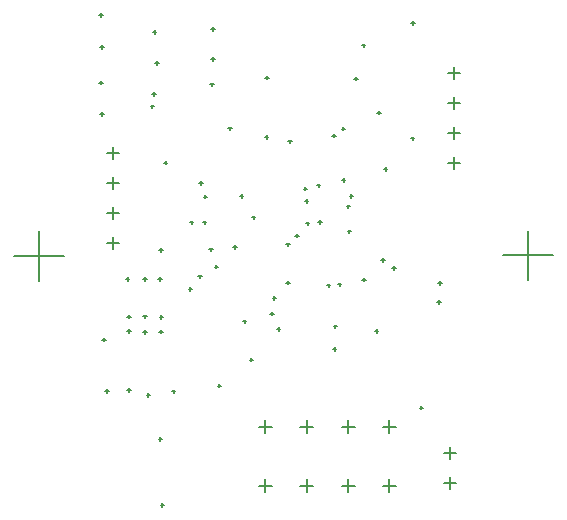
<source format=gbr>
%TF.GenerationSoftware,Altium Limited,Altium Designer,20.0.13 (296)*%
G04 Layer_Color=128*
%FSLAX25Y25*%
%MOIN*%
%TF.FileFunction,Drillmap*%
%TF.Part,Single*%
G01*
G75*
%TA.AperFunction,NonConductor*%
%ADD61C,0.00500*%
D61*
X596288Y115033D02*
X600619D01*
X598453Y112868D02*
Y117198D01*
X582508Y115033D02*
X586839D01*
X584674Y112868D02*
Y117198D01*
X568729Y115033D02*
X573060D01*
X570894Y112868D02*
Y117198D01*
X568729Y134718D02*
X573060D01*
X570894Y132553D02*
Y136883D01*
X582508Y134718D02*
X586839D01*
X584674Y132553D02*
Y136883D01*
X596288Y134718D02*
X600619D01*
X598453Y132553D02*
Y136883D01*
X610068Y134718D02*
X614398D01*
X612233Y132553D02*
Y136883D01*
X610068Y115033D02*
X614398D01*
X612233Y112868D02*
Y117198D01*
X630500Y115961D02*
X634500D01*
X632500Y113961D02*
Y117961D01*
X630500Y125961D02*
X634500D01*
X632500Y123961D02*
Y127961D01*
X487201Y191607D02*
X503736D01*
X495469Y183339D02*
Y199875D01*
X650256Y191869D02*
X666791D01*
X658523Y183602D02*
Y200137D01*
X518139Y226137D02*
X522139D01*
X520139Y224137D02*
Y228137D01*
X518139Y206137D02*
X522139D01*
X520139Y204137D02*
Y208137D01*
X518139Y196137D02*
X522139D01*
X520139Y194137D02*
Y198137D01*
X518139Y216137D02*
X522139D01*
X520139Y214137D02*
Y218137D01*
X631638Y222554D02*
X635638D01*
X633638Y220554D02*
Y224554D01*
X631638Y242554D02*
X635638D01*
X633638Y240554D02*
Y244554D01*
X631638Y252554D02*
X635638D01*
X633638Y250554D02*
Y254554D01*
X631638Y232554D02*
X635638D01*
X633638Y230554D02*
Y234554D01*
X598316Y199863D02*
X599498D01*
X598907Y199272D02*
Y200453D01*
X598959Y211605D02*
X600140D01*
X599549Y211014D02*
Y212195D01*
X597962Y208143D02*
X599143D01*
X598553Y207552D02*
Y208733D01*
X596410Y217000D02*
X597590D01*
X597000Y216409D02*
Y217590D01*
X577914Y182768D02*
X579095D01*
X578505Y182177D02*
Y183358D01*
X565666Y157135D02*
X566847D01*
X566257Y156545D02*
Y157726D01*
X574720Y167361D02*
X575902D01*
X575311Y166771D02*
Y167952D01*
X591409Y181833D02*
X592591D01*
X592000Y181243D02*
Y182424D01*
X595078Y182206D02*
X596259D01*
X595668Y181616D02*
Y182797D01*
X573305Y177609D02*
X574486D01*
X573895Y177018D02*
Y178199D01*
X566409Y204500D02*
X567591D01*
X567000Y203909D02*
Y205090D01*
X553993Y188124D02*
X555174D01*
X554583Y187533D02*
Y188714D01*
X560207Y194669D02*
X561388D01*
X560797Y194078D02*
Y195259D01*
X552188Y193870D02*
X553369D01*
X552779Y193279D02*
Y194460D01*
X572591Y172442D02*
X573772D01*
X573182Y171852D02*
Y173033D01*
X562409Y211675D02*
X563590D01*
X562999Y211084D02*
Y212265D01*
X550071Y202863D02*
X551252D01*
X550662Y202272D02*
Y203453D01*
X600488Y250744D02*
X601669D01*
X601079Y250154D02*
Y251335D01*
X610417Y220676D02*
X611598D01*
X611007Y220086D02*
Y221267D01*
X545754Y202849D02*
X546935D01*
X546345Y202258D02*
Y203439D01*
X550302Y211402D02*
X551483D01*
X550892Y210811D02*
Y211992D01*
X577910Y195500D02*
X579090D01*
X578500Y194909D02*
Y196091D01*
X580873Y198422D02*
X582054D01*
X581463Y197832D02*
Y199013D01*
X584030Y210018D02*
X585211D01*
X584621Y209428D02*
Y210609D01*
X609466Y190386D02*
X610647D01*
X610056Y189795D02*
Y190976D01*
X548798Y216043D02*
X549979D01*
X549389Y215452D02*
Y216633D01*
X588434Y202985D02*
X589615D01*
X589024Y202394D02*
Y203575D01*
X588026Y215207D02*
X589207D01*
X588617Y214616D02*
Y215797D01*
X583681Y214098D02*
X584862D01*
X584271Y213508D02*
Y214688D01*
X584410Y202500D02*
X585591D01*
X585000Y201909D02*
Y203091D01*
X535507Y166442D02*
X536688D01*
X536098Y165852D02*
Y167033D01*
X535653Y171330D02*
X536834D01*
X536243Y170740D02*
Y171921D01*
X548469Y184862D02*
X549650D01*
X549060Y184272D02*
Y185453D01*
X607386Y166718D02*
X608567D01*
X607977Y166128D02*
Y167309D01*
X570869Y251135D02*
X572050D01*
X571460Y250545D02*
Y251726D01*
X524897Y166720D02*
X526078D01*
X525488Y166129D02*
Y167311D01*
X530133Y166383D02*
X531314D01*
X530724Y165793D02*
Y166974D01*
X531310Y145297D02*
X532490D01*
X531900Y144707D02*
Y145888D01*
X558589Y234178D02*
X559770D01*
X559179Y233587D02*
Y234768D01*
X536019Y108608D02*
X537200D01*
X536610Y108018D02*
Y109199D01*
X516519Y163801D02*
X517700D01*
X517109Y163210D02*
Y164391D01*
X596337Y234133D02*
X597518D01*
X596928Y233543D02*
Y234724D01*
X545351Y180578D02*
X546532D01*
X545942Y179988D02*
Y181169D01*
X535278Y184012D02*
X536459D01*
X535868Y183422D02*
Y184603D01*
X530163Y184012D02*
X531345D01*
X530754Y183422D02*
Y184603D01*
X524430Y184012D02*
X525611D01*
X525020Y183422D02*
Y184603D01*
X539762Y146526D02*
X540944D01*
X540353Y145936D02*
Y147117D01*
X554956Y148403D02*
X556137D01*
X555546Y147812D02*
Y148993D01*
X530232Y171539D02*
X531413D01*
X530822Y170948D02*
Y172129D01*
X524869Y171459D02*
X526050D01*
X525460Y170868D02*
Y172049D01*
X619431Y230882D02*
X620612D01*
X620022Y230291D02*
Y231472D01*
X533273Y245607D02*
X534454D01*
X533864Y245016D02*
Y246197D01*
X552547Y248837D02*
X553728D01*
X553138Y248247D02*
Y249428D01*
X552865Y257251D02*
X554046D01*
X553455Y256660D02*
Y257841D01*
X532618Y241490D02*
X533799D01*
X533209Y240900D02*
Y242081D01*
X533414Y266329D02*
X534595D01*
X534004Y265738D02*
Y266919D01*
X534180Y255897D02*
X535361D01*
X534770Y255307D02*
Y256488D01*
X593416Y160716D02*
X594597D01*
X594007Y160126D02*
Y161307D01*
X515473Y271997D02*
X516654D01*
X516063Y271407D02*
Y272588D01*
X515835Y261227D02*
X517016D01*
X516425Y260636D02*
Y261818D01*
X515441Y249464D02*
X516622D01*
X516031Y248873D02*
Y250055D01*
X515788Y238966D02*
X516969D01*
X516379Y238375D02*
Y239556D01*
X537050Y222783D02*
X538231D01*
X537640Y222192D02*
Y223373D01*
X608105Y239446D02*
X609286D01*
X608696Y238855D02*
Y240036D01*
X628492Y182595D02*
X629673D01*
X629082Y182005D02*
Y183186D01*
X628277Y176372D02*
X629458D01*
X628868Y175782D02*
Y176963D01*
X593680Y168156D02*
X594862D01*
X594271Y167565D02*
Y168746D01*
X524821Y146894D02*
X526002D01*
X525412Y146303D02*
Y147485D01*
X517581Y146559D02*
X518762D01*
X518172Y145968D02*
Y147149D01*
X570713Y231365D02*
X571894D01*
X571304Y230774D02*
Y231956D01*
X563358Y169868D02*
X564539D01*
X563949Y169277D02*
Y170458D01*
X593228Y231747D02*
X594409D01*
X593819Y231156D02*
Y232337D01*
X603236Y183794D02*
X604417D01*
X603826Y183203D02*
Y184384D01*
X613245Y187672D02*
X614427D01*
X613836Y187082D02*
Y188263D01*
X578605Y229878D02*
X579786D01*
X579195Y229287D02*
Y230469D01*
X535435Y193604D02*
X536616D01*
X536026Y193013D02*
Y194194D01*
X619538Y269240D02*
X620719D01*
X620128Y268650D02*
Y269831D01*
X603033Y261821D02*
X604215D01*
X603624Y261230D02*
Y262411D01*
X552898Y267336D02*
X554079D01*
X553488Y266746D02*
Y267927D01*
X622330Y141068D02*
X623511D01*
X622921Y140478D02*
Y141659D01*
X535354Y130725D02*
X536536D01*
X535945Y130135D02*
Y131316D01*
%TF.MD5,d8052f397f2ef82d9d4e444cb34578bb*%
M02*

</source>
